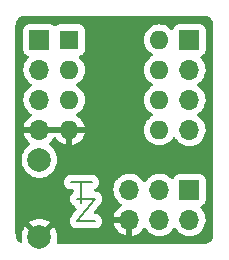
<source format=gbr>
%TF.GenerationSoftware,KiCad,Pcbnew,(6.0.7)*%
%TF.CreationDate,2023-04-14T11:36:13-05:00*%
%TF.ProjectId,ATtiny_PCB,41547469-6e79-45f5-9043-422e6b696361,rev?*%
%TF.SameCoordinates,Original*%
%TF.FileFunction,Copper,L1,Top*%
%TF.FilePolarity,Positive*%
%FSLAX46Y46*%
G04 Gerber Fmt 4.6, Leading zero omitted, Abs format (unit mm)*
G04 Created by KiCad (PCBNEW (6.0.7)) date 2023-04-14 11:36:13*
%MOMM*%
%LPD*%
G01*
G04 APERTURE LIST*
%TA.AperFunction,NonConductor*%
%ADD10C,0.200000*%
%TD*%
%TA.AperFunction,ComponentPad*%
%ADD11C,2.000000*%
%TD*%
%TA.AperFunction,ComponentPad*%
%ADD12R,1.600000X1.600000*%
%TD*%
%TA.AperFunction,ComponentPad*%
%ADD13O,1.600000X1.600000*%
%TD*%
%TA.AperFunction,ComponentPad*%
%ADD14O,1.700000X1.700000*%
%TD*%
%TA.AperFunction,ComponentPad*%
%ADD15R,1.700000X1.700000*%
%TD*%
G04 APERTURE END LIST*
D10*
X175895000Y-102997000D02*
X177419000Y-102997000D01*
X175895000Y-102997000D02*
X177419000Y-101092000D01*
X175895000Y-101092000D02*
X177419000Y-101092000D01*
X176276000Y-101473000D02*
X176276000Y-99695000D01*
X175387000Y-99695000D02*
X177165000Y-99695000D01*
D11*
%TO.P,SW1,2,2*%
%TO.N,Reset*%
X172720000Y-97800000D03*
%TO.P,SW1,1,1*%
%TO.N,GND*%
X172720000Y-104300000D03*
%TD*%
D12*
%TO.P,U1,1,~{RESET}/PB5*%
%TO.N,Reset*%
X175260000Y-87640000D03*
D13*
%TO.P,U1,2,PB3*%
%TO.N,ExtCLKI*%
X175260000Y-90180000D03*
%TO.P,U1,3,PB4*%
%TO.N,PB4*%
X175260000Y-92720000D03*
%TO.P,U1,4,GND*%
%TO.N,GND*%
X175260000Y-95260000D03*
%TO.P,U1,5,PB0*%
%TO.N,MOSI*%
X182880000Y-95260000D03*
%TO.P,U1,6,PB1*%
%TO.N,MISO*%
X182880000Y-92720000D03*
%TO.P,U1,7,PB2*%
%TO.N,SCK*%
X182880000Y-90180000D03*
%TO.P,U1,8,VCC*%
%TO.N,VCC*%
X182880000Y-87640000D03*
%TD*%
D14*
%TO.P,J3,6,Pin_6*%
%TO.N,GND*%
X180340000Y-102880000D03*
%TO.P,J3,5,Pin_5*%
%TO.N,Reset*%
X180340000Y-100340000D03*
%TO.P,J3,4,Pin_4*%
%TO.N,MOSI*%
X182880000Y-102880000D03*
%TO.P,J3,3,Pin_3*%
%TO.N,SCK*%
X182880000Y-100340000D03*
%TO.P,J3,2,Pin_2*%
%TO.N,VCC*%
X185420000Y-102880000D03*
D15*
%TO.P,J3,1,Pin_1*%
%TO.N,MISO*%
X185420000Y-100340000D03*
%TD*%
%TO.P,J1,1,Pin_1*%
%TO.N,Reset*%
X172720000Y-87640000D03*
D14*
%TO.P,J1,2,Pin_2*%
%TO.N,ExtCLKI*%
X172720000Y-90180000D03*
%TO.P,J1,3,Pin_3*%
%TO.N,PB4*%
X172720000Y-92720000D03*
%TO.P,J1,4,Pin_4*%
%TO.N,GND*%
X172720000Y-95260000D03*
%TD*%
D15*
%TO.P,J2,1,Pin_1*%
%TO.N,VCC*%
X185420000Y-87640000D03*
D14*
%TO.P,J2,2,Pin_2*%
%TO.N,SCK*%
X185420000Y-90180000D03*
%TO.P,J2,3,Pin_3*%
%TO.N,MISO*%
X185420000Y-92720000D03*
%TO.P,J2,4,Pin_4*%
%TO.N,MOSI*%
X185420000Y-95260000D03*
%TD*%
%TA.AperFunction,Conductor*%
%TO.N,GND*%
G36*
X186660018Y-85600000D02*
G01*
X186674852Y-85602310D01*
X186674855Y-85602310D01*
X186683724Y-85603691D01*
X186693659Y-85602392D01*
X186694746Y-85602250D01*
X186723431Y-85601793D01*
X186796741Y-85609013D01*
X186826212Y-85611916D01*
X186850432Y-85616733D01*
X186969546Y-85652866D01*
X186992355Y-85662315D01*
X187102124Y-85720987D01*
X187122655Y-85734705D01*
X187218876Y-85813671D01*
X187236329Y-85831124D01*
X187315295Y-85927345D01*
X187329013Y-85947876D01*
X187387685Y-86057645D01*
X187397134Y-86080454D01*
X187433267Y-86199568D01*
X187438084Y-86223789D01*
X187447541Y-86319809D01*
X187447091Y-86335868D01*
X187447800Y-86335877D01*
X187447690Y-86344853D01*
X187446309Y-86353724D01*
X187447473Y-86362626D01*
X187447473Y-86362628D01*
X187450436Y-86385283D01*
X187451500Y-86401621D01*
X187451500Y-104090633D01*
X187450000Y-104110018D01*
X187449890Y-104110729D01*
X187446309Y-104133724D01*
X187447473Y-104142626D01*
X187447750Y-104144746D01*
X187448207Y-104173431D01*
X187444209Y-104214025D01*
X187438084Y-104276212D01*
X187433267Y-104300432D01*
X187397134Y-104419546D01*
X187387685Y-104442355D01*
X187329013Y-104552124D01*
X187315295Y-104572655D01*
X187236329Y-104668876D01*
X187218876Y-104686329D01*
X187122655Y-104765295D01*
X187102124Y-104779013D01*
X186992355Y-104837685D01*
X186969546Y-104847134D01*
X186850432Y-104883267D01*
X186826211Y-104888084D01*
X186730191Y-104897541D01*
X186714132Y-104897091D01*
X186714123Y-104897800D01*
X186705147Y-104897690D01*
X186696276Y-104896309D01*
X186687374Y-104897473D01*
X186687372Y-104897473D01*
X186674856Y-104899110D01*
X186664714Y-104900436D01*
X186648379Y-104901500D01*
X174286273Y-104901500D01*
X174218152Y-104881498D01*
X174171659Y-104827842D01*
X174161555Y-104757568D01*
X174163754Y-104746085D01*
X174212885Y-104541443D01*
X174214428Y-104531699D01*
X174232275Y-104304930D01*
X174232275Y-104295070D01*
X174214428Y-104068301D01*
X174212885Y-104058554D01*
X174159783Y-103837373D01*
X174156734Y-103827988D01*
X174069687Y-103617837D01*
X174065205Y-103609042D01*
X173962568Y-103441555D01*
X173952110Y-103432093D01*
X173943334Y-103435876D01*
X172809095Y-104570115D01*
X172746783Y-104604141D01*
X172675968Y-104599076D01*
X172630905Y-104570115D01*
X171499710Y-103438920D01*
X171487330Y-103432160D01*
X171479680Y-103437887D01*
X171374795Y-103609042D01*
X171370313Y-103617837D01*
X171283266Y-103827988D01*
X171280217Y-103837373D01*
X171227115Y-104058554D01*
X171225572Y-104068301D01*
X171207725Y-104295070D01*
X171207725Y-104304930D01*
X171225572Y-104531699D01*
X171227117Y-104541455D01*
X171254918Y-104657252D01*
X171251372Y-104728160D01*
X171210053Y-104785894D01*
X171144079Y-104812125D01*
X171073006Y-104797790D01*
X171050749Y-104785894D01*
X171037874Y-104779012D01*
X171017345Y-104765295D01*
X170921124Y-104686329D01*
X170903671Y-104668876D01*
X170824705Y-104572655D01*
X170810987Y-104552124D01*
X170752315Y-104442355D01*
X170742866Y-104419546D01*
X170706733Y-104300432D01*
X170701916Y-104276212D01*
X170692711Y-104182755D01*
X170692607Y-104159151D01*
X170692768Y-104157354D01*
X170693576Y-104152552D01*
X170693729Y-104140000D01*
X170689773Y-104112376D01*
X170688500Y-104094514D01*
X170688500Y-103067890D01*
X171852093Y-103067890D01*
X171855876Y-103076666D01*
X172707188Y-103927978D01*
X172721132Y-103935592D01*
X172722965Y-103935461D01*
X172729580Y-103931210D01*
X173581080Y-103079710D01*
X173587840Y-103067330D01*
X173582113Y-103059680D01*
X173410958Y-102954795D01*
X173402163Y-102950313D01*
X173192012Y-102863266D01*
X173182627Y-102860217D01*
X172961446Y-102807115D01*
X172951699Y-102805572D01*
X172724930Y-102787725D01*
X172715070Y-102787725D01*
X172488301Y-102805572D01*
X172478554Y-102807115D01*
X172257373Y-102860217D01*
X172247988Y-102863266D01*
X172037837Y-102950313D01*
X172029042Y-102954795D01*
X171861555Y-103057432D01*
X171852093Y-103067890D01*
X170688500Y-103067890D01*
X170688500Y-99695000D01*
X174773249Y-99695000D01*
X174794162Y-99853850D01*
X174855476Y-100001875D01*
X174953013Y-100128987D01*
X175080125Y-100226524D01*
X175228150Y-100287838D01*
X175347115Y-100303500D01*
X175541500Y-100303500D01*
X175609621Y-100323502D01*
X175656114Y-100377158D01*
X175667500Y-100429500D01*
X175667500Y-100443407D01*
X175647498Y-100511528D01*
X175601199Y-100550224D01*
X175602909Y-100553185D01*
X175595756Y-100557315D01*
X175588125Y-100560476D01*
X175525581Y-100608468D01*
X175467566Y-100652984D01*
X175467563Y-100652987D01*
X175461013Y-100658013D01*
X175363476Y-100785124D01*
X175360317Y-100792750D01*
X175360316Y-100792752D01*
X175305322Y-100925520D01*
X175305321Y-100925523D01*
X175302162Y-100933150D01*
X175281249Y-101092000D01*
X175302162Y-101250850D01*
X175363476Y-101398875D01*
X175461013Y-101525987D01*
X175588125Y-101623524D01*
X175595752Y-101626683D01*
X175595757Y-101626686D01*
X175650463Y-101649345D01*
X175705744Y-101693892D01*
X175718655Y-101717537D01*
X175741314Y-101772243D01*
X175741317Y-101772248D01*
X175744476Y-101779875D01*
X175802291Y-101855221D01*
X175826861Y-101887240D01*
X175842013Y-101906987D01*
X175844931Y-101909226D01*
X175877938Y-101969679D01*
X175872870Y-102040494D01*
X175853206Y-102075168D01*
X175587482Y-102407322D01*
X175468856Y-102555605D01*
X175464883Y-102560044D01*
X175461013Y-102563013D01*
X175455983Y-102569568D01*
X175455982Y-102569569D01*
X175416767Y-102620674D01*
X175415203Y-102622670D01*
X175394925Y-102648018D01*
X175392792Y-102651545D01*
X175391531Y-102653352D01*
X175388192Y-102657914D01*
X175363476Y-102690124D01*
X175360316Y-102697754D01*
X175360315Y-102697755D01*
X175354103Y-102712753D01*
X175345515Y-102729733D01*
X175332838Y-102750698D01*
X175330540Y-102758628D01*
X175330538Y-102758633D01*
X175321864Y-102788571D01*
X175317250Y-102801724D01*
X175302162Y-102838150D01*
X175301084Y-102846338D01*
X175301084Y-102846339D01*
X175298964Y-102862439D01*
X175295064Y-102881057D01*
X175290545Y-102896653D01*
X175290544Y-102896657D01*
X175288246Y-102904589D01*
X175288079Y-102912848D01*
X175287448Y-102944007D01*
X175286396Y-102957903D01*
X175281249Y-102997000D01*
X175282327Y-103005186D01*
X175284448Y-103021294D01*
X175285500Y-103040292D01*
X175285004Y-103064777D01*
X175286981Y-103072801D01*
X175294435Y-103103059D01*
X175297015Y-103116753D01*
X175302162Y-103155850D01*
X175305320Y-103163473D01*
X175305321Y-103163478D01*
X175311538Y-103178486D01*
X175317469Y-103196555D01*
X175323330Y-103220347D01*
X175327314Y-103227583D01*
X175327315Y-103227584D01*
X175342351Y-103254890D01*
X175348387Y-103267447D01*
X175363476Y-103303875D01*
X175378390Y-103323311D01*
X175388795Y-103339230D01*
X175396632Y-103353462D01*
X175396634Y-103353465D01*
X175400616Y-103360696D01*
X175427928Y-103389137D01*
X175437009Y-103399704D01*
X175461013Y-103430987D01*
X175467559Y-103436010D01*
X175480445Y-103445898D01*
X175494619Y-103458585D01*
X175505868Y-103470298D01*
X175511593Y-103476259D01*
X175541952Y-103494616D01*
X175545337Y-103496663D01*
X175556834Y-103504513D01*
X175588125Y-103528524D01*
X175595750Y-103531682D01*
X175595753Y-103531684D01*
X175610758Y-103537899D01*
X175627736Y-103546486D01*
X175648698Y-103559162D01*
X175656629Y-103561460D01*
X175686578Y-103570138D01*
X175699730Y-103574752D01*
X175736150Y-103589838D01*
X175754011Y-103592190D01*
X175760439Y-103593036D01*
X175779057Y-103596936D01*
X175794653Y-103601455D01*
X175794657Y-103601456D01*
X175802589Y-103603754D01*
X175843157Y-103604575D01*
X175848849Y-103604819D01*
X175851026Y-103604962D01*
X175855115Y-103605500D01*
X175887594Y-103605500D01*
X175890144Y-103605526D01*
X175954517Y-103606829D01*
X175954518Y-103606829D01*
X175962777Y-103606996D01*
X175967513Y-103605829D01*
X175973459Y-103605500D01*
X177458885Y-103605500D01*
X177465912Y-103604575D01*
X177569662Y-103590916D01*
X177577850Y-103589838D01*
X177725875Y-103528524D01*
X177842649Y-103438920D01*
X177846434Y-103436016D01*
X177846437Y-103436013D01*
X177852987Y-103430987D01*
X177902355Y-103366651D01*
X177945498Y-103310426D01*
X177950524Y-103303876D01*
X177953686Y-103296243D01*
X178008678Y-103163480D01*
X178008679Y-103163477D01*
X178011838Y-103155850D01*
X178012876Y-103147966D01*
X179008257Y-103147966D01*
X179038565Y-103282446D01*
X179041645Y-103292275D01*
X179121770Y-103489603D01*
X179126413Y-103498794D01*
X179237694Y-103680388D01*
X179243777Y-103688699D01*
X179383213Y-103849667D01*
X179390580Y-103856883D01*
X179554434Y-103992916D01*
X179562881Y-103998831D01*
X179746756Y-104106279D01*
X179756042Y-104110729D01*
X179955001Y-104186703D01*
X179964899Y-104189579D01*
X180068250Y-104210606D01*
X180082299Y-104209410D01*
X180086000Y-104199065D01*
X180086000Y-103152115D01*
X180081525Y-103136876D01*
X180080135Y-103135671D01*
X180072452Y-103134000D01*
X179023225Y-103134000D01*
X179009694Y-103137973D01*
X179008257Y-103147966D01*
X178012876Y-103147966D01*
X178032751Y-102997000D01*
X178011838Y-102838150D01*
X177950524Y-102690125D01*
X177852987Y-102563013D01*
X177725875Y-102465476D01*
X177577850Y-102404162D01*
X177569662Y-102403084D01*
X177462972Y-102389038D01*
X177462971Y-102389038D01*
X177458885Y-102388500D01*
X177423219Y-102388500D01*
X177355098Y-102368498D01*
X177308605Y-102314842D01*
X177298501Y-102244568D01*
X177324828Y-102183790D01*
X177845147Y-101533390D01*
X177849116Y-101528957D01*
X177852987Y-101525987D01*
X177858010Y-101519441D01*
X177858013Y-101519438D01*
X177897256Y-101468296D01*
X177898829Y-101466288D01*
X177916492Y-101444209D01*
X177919074Y-101440982D01*
X177921214Y-101437443D01*
X177922438Y-101435689D01*
X177925804Y-101431091D01*
X177945498Y-101405426D01*
X177950524Y-101398876D01*
X177959899Y-101376242D01*
X177968487Y-101359262D01*
X177976888Y-101345368D01*
X177981161Y-101338302D01*
X177992134Y-101300435D01*
X177996746Y-101287287D01*
X178008676Y-101258484D01*
X178008676Y-101258483D01*
X178011838Y-101250850D01*
X178015036Y-101226563D01*
X178018936Y-101207941D01*
X178023456Y-101192345D01*
X178023457Y-101192340D01*
X178025754Y-101184412D01*
X178026552Y-101144993D01*
X178027604Y-101131097D01*
X178031673Y-101100189D01*
X178031673Y-101100188D01*
X178032751Y-101092000D01*
X178029552Y-101067701D01*
X178028500Y-101048705D01*
X178028829Y-101032477D01*
X178028829Y-101032476D01*
X178028996Y-101024223D01*
X178026760Y-101015144D01*
X178019567Y-100985948D01*
X178016987Y-100972257D01*
X178012916Y-100941335D01*
X178012915Y-100941333D01*
X178011838Y-100933150D01*
X178002463Y-100910515D01*
X177996530Y-100892439D01*
X177992646Y-100876673D01*
X177992645Y-100876671D01*
X177990670Y-100868654D01*
X177971646Y-100834106D01*
X177965616Y-100821559D01*
X177953686Y-100792758D01*
X177953683Y-100792752D01*
X177950524Y-100785125D01*
X177935610Y-100765689D01*
X177925202Y-100749765D01*
X177917368Y-100735538D01*
X177917366Y-100735536D01*
X177913384Y-100728304D01*
X177886071Y-100699862D01*
X177876991Y-100689295D01*
X177858010Y-100664559D01*
X177852987Y-100658013D01*
X177833555Y-100643102D01*
X177819381Y-100630415D01*
X177808128Y-100618697D01*
X177808123Y-100618693D01*
X177802407Y-100612741D01*
X177791910Y-100606394D01*
X177768662Y-100592336D01*
X177757155Y-100584478D01*
X177747602Y-100577148D01*
X177725875Y-100560476D01*
X177714711Y-100555852D01*
X177703236Y-100551098D01*
X177686262Y-100542513D01*
X177665302Y-100529839D01*
X177657371Y-100527541D01*
X177657369Y-100527540D01*
X177627435Y-100518866D01*
X177614287Y-100514254D01*
X177585484Y-100502324D01*
X177585483Y-100502324D01*
X177577850Y-100499162D01*
X177569620Y-100498078D01*
X177553561Y-100495964D01*
X177534944Y-100492064D01*
X177519347Y-100487545D01*
X177519343Y-100487544D01*
X177511411Y-100485246D01*
X177493035Y-100484874D01*
X177479649Y-100484603D01*
X177411947Y-100463226D01*
X177366549Y-100408641D01*
X177357870Y-100338177D01*
X177373025Y-100306695D01*
X178977251Y-100306695D01*
X178977548Y-100311848D01*
X178977548Y-100311851D01*
X178987939Y-100492064D01*
X178990110Y-100529715D01*
X178991247Y-100534761D01*
X178991248Y-100534767D01*
X179003409Y-100588727D01*
X179039222Y-100747639D01*
X179077461Y-100841811D01*
X179114550Y-100933150D01*
X179123266Y-100954616D01*
X179160685Y-101015678D01*
X179237291Y-101140688D01*
X179239987Y-101145088D01*
X179386250Y-101313938D01*
X179558126Y-101456632D01*
X179576377Y-101467297D01*
X179631955Y-101499774D01*
X179680679Y-101551412D01*
X179693750Y-101621195D01*
X179667019Y-101686967D01*
X179626562Y-101720327D01*
X179618457Y-101724546D01*
X179609738Y-101730036D01*
X179439433Y-101857905D01*
X179431726Y-101864748D01*
X179284590Y-102018717D01*
X179278104Y-102026727D01*
X179158098Y-102202649D01*
X179153000Y-102211623D01*
X179063338Y-102404783D01*
X179059775Y-102414470D01*
X179004389Y-102614183D01*
X179005912Y-102622607D01*
X179018292Y-102626000D01*
X180468000Y-102626000D01*
X180536121Y-102646002D01*
X180582614Y-102699658D01*
X180594000Y-102752000D01*
X180594000Y-104198517D01*
X180598064Y-104212359D01*
X180611478Y-104214393D01*
X180618184Y-104213534D01*
X180628262Y-104211392D01*
X180832255Y-104150191D01*
X180841842Y-104146433D01*
X181033095Y-104052739D01*
X181041945Y-104047464D01*
X181215328Y-103923792D01*
X181223200Y-103917139D01*
X181374052Y-103766812D01*
X181380730Y-103758965D01*
X181508022Y-103581819D01*
X181509279Y-103582722D01*
X181556373Y-103539362D01*
X181626311Y-103527145D01*
X181691751Y-103554678D01*
X181719579Y-103586511D01*
X181731687Y-103606270D01*
X181779987Y-103685088D01*
X181926250Y-103853938D01*
X182098126Y-103996632D01*
X182291000Y-104109338D01*
X182295825Y-104111180D01*
X182295826Y-104111181D01*
X182331627Y-104124852D01*
X182499692Y-104189030D01*
X182504760Y-104190061D01*
X182504763Y-104190062D01*
X182599862Y-104209410D01*
X182718597Y-104233567D01*
X182723772Y-104233757D01*
X182723774Y-104233757D01*
X182936673Y-104241564D01*
X182936677Y-104241564D01*
X182941837Y-104241753D01*
X182946957Y-104241097D01*
X182946959Y-104241097D01*
X183158288Y-104214025D01*
X183158289Y-104214025D01*
X183163416Y-104213368D01*
X183168366Y-104211883D01*
X183372429Y-104150661D01*
X183372434Y-104150659D01*
X183377384Y-104149174D01*
X183577994Y-104050896D01*
X183759860Y-103921173D01*
X183918096Y-103763489D01*
X184048453Y-103582077D01*
X184049776Y-103583028D01*
X184096645Y-103539857D01*
X184166580Y-103527625D01*
X184232026Y-103555144D01*
X184259875Y-103586994D01*
X184271687Y-103606270D01*
X184319987Y-103685088D01*
X184466250Y-103853938D01*
X184638126Y-103996632D01*
X184831000Y-104109338D01*
X184835825Y-104111180D01*
X184835826Y-104111181D01*
X184871627Y-104124852D01*
X185039692Y-104189030D01*
X185044760Y-104190061D01*
X185044763Y-104190062D01*
X185139862Y-104209410D01*
X185258597Y-104233567D01*
X185263772Y-104233757D01*
X185263774Y-104233757D01*
X185476673Y-104241564D01*
X185476677Y-104241564D01*
X185481837Y-104241753D01*
X185486957Y-104241097D01*
X185486959Y-104241097D01*
X185698288Y-104214025D01*
X185698289Y-104214025D01*
X185703416Y-104213368D01*
X185708366Y-104211883D01*
X185912429Y-104150661D01*
X185912434Y-104150659D01*
X185917384Y-104149174D01*
X186117994Y-104050896D01*
X186299860Y-103921173D01*
X186458096Y-103763489D01*
X186588453Y-103582077D01*
X186593395Y-103572079D01*
X186685136Y-103386453D01*
X186685137Y-103386451D01*
X186687430Y-103381811D01*
X186752370Y-103168069D01*
X186781529Y-102946590D01*
X186781611Y-102943240D01*
X186783074Y-102883365D01*
X186783074Y-102883361D01*
X186783156Y-102880000D01*
X186764852Y-102657361D01*
X186710431Y-102440702D01*
X186621354Y-102235840D01*
X186500014Y-102048277D01*
X186480405Y-102026727D01*
X186352798Y-101886488D01*
X186321746Y-101822642D01*
X186330141Y-101752143D01*
X186375317Y-101697375D01*
X186401761Y-101683706D01*
X186508297Y-101643767D01*
X186516705Y-101640615D01*
X186633261Y-101553261D01*
X186720615Y-101436705D01*
X186771745Y-101300316D01*
X186778500Y-101238134D01*
X186778500Y-99441866D01*
X186771745Y-99379684D01*
X186720615Y-99243295D01*
X186633261Y-99126739D01*
X186516705Y-99039385D01*
X186380316Y-98988255D01*
X186318134Y-98981500D01*
X184521866Y-98981500D01*
X184459684Y-98988255D01*
X184323295Y-99039385D01*
X184206739Y-99126739D01*
X184119385Y-99243295D01*
X184116233Y-99251703D01*
X184074919Y-99361907D01*
X184032277Y-99418671D01*
X183965716Y-99443371D01*
X183896367Y-99428163D01*
X183863743Y-99402476D01*
X183813151Y-99346875D01*
X183813142Y-99346866D01*
X183809670Y-99343051D01*
X183805619Y-99339852D01*
X183805615Y-99339848D01*
X183638414Y-99207800D01*
X183638410Y-99207798D01*
X183634359Y-99204598D01*
X183438789Y-99096638D01*
X183433920Y-99094914D01*
X183433916Y-99094912D01*
X183233087Y-99023795D01*
X183233083Y-99023794D01*
X183228212Y-99022069D01*
X183223119Y-99021162D01*
X183223116Y-99021161D01*
X183013373Y-98983800D01*
X183013367Y-98983799D01*
X183008284Y-98982894D01*
X182934452Y-98981992D01*
X182790081Y-98980228D01*
X182790079Y-98980228D01*
X182784911Y-98980165D01*
X182564091Y-99013955D01*
X182351756Y-99083357D01*
X182153607Y-99186507D01*
X182149474Y-99189610D01*
X182149471Y-99189612D01*
X181984914Y-99313165D01*
X181974965Y-99320635D01*
X181935525Y-99361907D01*
X181881280Y-99418671D01*
X181820629Y-99482138D01*
X181713201Y-99639621D01*
X181658293Y-99684621D01*
X181587768Y-99692792D01*
X181524021Y-99661538D01*
X181503324Y-99637054D01*
X181422822Y-99512617D01*
X181422820Y-99512614D01*
X181420014Y-99508277D01*
X181269670Y-99343051D01*
X181265619Y-99339852D01*
X181265615Y-99339848D01*
X181098414Y-99207800D01*
X181098410Y-99207798D01*
X181094359Y-99204598D01*
X180898789Y-99096638D01*
X180893920Y-99094914D01*
X180893916Y-99094912D01*
X180693087Y-99023795D01*
X180693083Y-99023794D01*
X180688212Y-99022069D01*
X180683119Y-99021162D01*
X180683116Y-99021161D01*
X180473373Y-98983800D01*
X180473367Y-98983799D01*
X180468284Y-98982894D01*
X180394452Y-98981992D01*
X180250081Y-98980228D01*
X180250079Y-98980228D01*
X180244911Y-98980165D01*
X180024091Y-99013955D01*
X179811756Y-99083357D01*
X179613607Y-99186507D01*
X179609474Y-99189610D01*
X179609471Y-99189612D01*
X179444914Y-99313165D01*
X179434965Y-99320635D01*
X179395525Y-99361907D01*
X179341280Y-99418671D01*
X179280629Y-99482138D01*
X179277720Y-99486403D01*
X179277714Y-99486411D01*
X179238199Y-99544338D01*
X179154743Y-99666680D01*
X179137797Y-99703188D01*
X179064321Y-99861479D01*
X179060688Y-99869305D01*
X179000989Y-100084570D01*
X178977251Y-100306695D01*
X177373025Y-100306695D01*
X177388664Y-100274206D01*
X177433980Y-100242221D01*
X177471875Y-100226524D01*
X177535431Y-100177756D01*
X177592434Y-100134016D01*
X177592437Y-100134013D01*
X177598987Y-100128987D01*
X177696524Y-100001876D01*
X177749369Y-99874297D01*
X177754678Y-99861480D01*
X177754679Y-99861477D01*
X177757838Y-99853850D01*
X177778751Y-99695000D01*
X177757838Y-99536150D01*
X177696524Y-99388125D01*
X177598987Y-99261013D01*
X177471875Y-99163476D01*
X177323850Y-99102162D01*
X177204885Y-99086500D01*
X176324143Y-99086500D01*
X176307697Y-99085422D01*
X176284188Y-99082327D01*
X176276000Y-99081249D01*
X176267812Y-99082327D01*
X176244303Y-99085422D01*
X176227857Y-99086500D01*
X175347115Y-99086500D01*
X175228150Y-99102162D01*
X175080125Y-99163476D01*
X175029788Y-99202101D01*
X174959566Y-99255984D01*
X174959563Y-99255987D01*
X174953013Y-99261013D01*
X174947987Y-99267563D01*
X174947986Y-99267564D01*
X174892520Y-99339848D01*
X174855476Y-99388124D01*
X174852317Y-99395750D01*
X174852316Y-99395752D01*
X174803910Y-99512617D01*
X174794162Y-99536150D01*
X174773249Y-99695000D01*
X170688500Y-99695000D01*
X170688500Y-97800000D01*
X171206835Y-97800000D01*
X171225465Y-98036711D01*
X171280895Y-98267594D01*
X171371760Y-98486963D01*
X171374346Y-98491183D01*
X171493241Y-98685202D01*
X171493245Y-98685208D01*
X171495824Y-98689416D01*
X171650031Y-98869969D01*
X171830584Y-99024176D01*
X171834792Y-99026755D01*
X171834798Y-99026759D01*
X171989170Y-99121358D01*
X172033037Y-99148240D01*
X172037607Y-99150133D01*
X172037611Y-99150135D01*
X172245173Y-99236109D01*
X172252406Y-99239105D01*
X172304881Y-99251703D01*
X172478476Y-99293380D01*
X172478482Y-99293381D01*
X172483289Y-99294535D01*
X172720000Y-99313165D01*
X172956711Y-99294535D01*
X172961518Y-99293381D01*
X172961524Y-99293380D01*
X173135119Y-99251703D01*
X173187594Y-99239105D01*
X173194827Y-99236109D01*
X173402389Y-99150135D01*
X173402393Y-99150133D01*
X173406963Y-99148240D01*
X173450830Y-99121358D01*
X173605202Y-99026759D01*
X173605208Y-99026755D01*
X173609416Y-99024176D01*
X173789969Y-98869969D01*
X173944176Y-98689416D01*
X173946755Y-98685208D01*
X173946759Y-98685202D01*
X174065654Y-98491183D01*
X174068240Y-98486963D01*
X174159105Y-98267594D01*
X174214535Y-98036711D01*
X174233165Y-97800000D01*
X174214535Y-97563289D01*
X174159105Y-97332406D01*
X174068240Y-97113037D01*
X174065654Y-97108817D01*
X173946759Y-96914798D01*
X173946755Y-96914792D01*
X173944176Y-96910584D01*
X173789969Y-96730031D01*
X173609416Y-96575824D01*
X173559013Y-96544937D01*
X173511382Y-96492289D01*
X173499775Y-96422248D01*
X173527878Y-96357050D01*
X173551680Y-96334925D01*
X173595328Y-96303792D01*
X173603200Y-96297139D01*
X173754052Y-96146812D01*
X173760730Y-96138965D01*
X173885003Y-95966020D01*
X173890310Y-95957189D01*
X173904344Y-95928792D01*
X173952457Y-95876585D01*
X174021158Y-95858677D01*
X174088635Y-95880755D01*
X174122169Y-95917018D01*
X174122912Y-95916498D01*
X174251028Y-96099467D01*
X174258084Y-96107875D01*
X174412125Y-96261916D01*
X174420533Y-96268972D01*
X174598993Y-96393931D01*
X174608489Y-96399414D01*
X174805947Y-96491490D01*
X174816239Y-96495236D01*
X174988503Y-96541394D01*
X175002599Y-96541058D01*
X175006000Y-96533116D01*
X175006000Y-96527967D01*
X175514000Y-96527967D01*
X175517973Y-96541498D01*
X175526522Y-96542727D01*
X175703761Y-96495236D01*
X175714053Y-96491490D01*
X175911511Y-96399414D01*
X175921007Y-96393931D01*
X176099467Y-96268972D01*
X176107875Y-96261916D01*
X176261916Y-96107875D01*
X176268972Y-96099467D01*
X176393931Y-95921007D01*
X176399414Y-95911511D01*
X176491490Y-95714053D01*
X176495236Y-95703761D01*
X176541394Y-95531497D01*
X176541058Y-95517401D01*
X176533116Y-95514000D01*
X175532115Y-95514000D01*
X175516876Y-95518475D01*
X175515671Y-95519865D01*
X175514000Y-95527548D01*
X175514000Y-96527967D01*
X175006000Y-96527967D01*
X175006000Y-95532115D01*
X175001525Y-95516876D01*
X175000135Y-95515671D01*
X174992452Y-95514000D01*
X171403225Y-95514000D01*
X171389694Y-95517973D01*
X171388257Y-95527966D01*
X171418565Y-95662446D01*
X171421645Y-95672275D01*
X171501770Y-95869603D01*
X171506413Y-95878794D01*
X171617694Y-96060388D01*
X171623777Y-96068699D01*
X171763213Y-96229667D01*
X171770580Y-96236882D01*
X171895535Y-96340622D01*
X171935170Y-96399525D01*
X171936668Y-96470505D01*
X171899553Y-96531028D01*
X171880886Y-96544998D01*
X171835161Y-96573019D01*
X171830584Y-96575824D01*
X171650031Y-96730031D01*
X171495824Y-96910584D01*
X171493245Y-96914792D01*
X171493241Y-96914798D01*
X171374346Y-97108817D01*
X171371760Y-97113037D01*
X171280895Y-97332406D01*
X171225465Y-97563289D01*
X171206835Y-97800000D01*
X170688500Y-97800000D01*
X170688500Y-95260000D01*
X181566502Y-95260000D01*
X181586457Y-95488087D01*
X181587881Y-95493400D01*
X181587881Y-95493402D01*
X181601155Y-95542939D01*
X181645716Y-95709243D01*
X181648039Y-95714224D01*
X181648039Y-95714225D01*
X181740151Y-95911762D01*
X181740154Y-95911767D01*
X181742477Y-95916749D01*
X181770968Y-95957438D01*
X181849078Y-96068990D01*
X181873802Y-96104300D01*
X182035700Y-96266198D01*
X182040208Y-96269355D01*
X182040211Y-96269357D01*
X182089931Y-96304171D01*
X182223251Y-96397523D01*
X182228233Y-96399846D01*
X182228238Y-96399849D01*
X182424765Y-96491490D01*
X182430757Y-96494284D01*
X182436065Y-96495706D01*
X182436067Y-96495707D01*
X182646598Y-96552119D01*
X182646600Y-96552119D01*
X182651913Y-96553543D01*
X182880000Y-96573498D01*
X183108087Y-96553543D01*
X183113400Y-96552119D01*
X183113402Y-96552119D01*
X183323933Y-96495707D01*
X183323935Y-96495706D01*
X183329243Y-96494284D01*
X183335235Y-96491490D01*
X183531762Y-96399849D01*
X183531767Y-96399846D01*
X183536749Y-96397523D01*
X183670069Y-96304171D01*
X183719789Y-96269357D01*
X183719792Y-96269355D01*
X183724300Y-96266198D01*
X183886198Y-96104300D01*
X183910923Y-96068990D01*
X184017523Y-95916749D01*
X184018613Y-95917512D01*
X184065360Y-95872942D01*
X184135073Y-95859507D01*
X184200984Y-95885895D01*
X184230527Y-95919102D01*
X184317287Y-96060684D01*
X184317295Y-96060694D01*
X184319987Y-96065088D01*
X184466250Y-96233938D01*
X184638126Y-96376632D01*
X184831000Y-96489338D01*
X184835825Y-96491180D01*
X184835826Y-96491181D01*
X184908612Y-96518975D01*
X185039692Y-96569030D01*
X185044760Y-96570061D01*
X185044763Y-96570062D01*
X185152017Y-96591883D01*
X185258597Y-96613567D01*
X185263772Y-96613757D01*
X185263774Y-96613757D01*
X185476673Y-96621564D01*
X185476677Y-96621564D01*
X185481837Y-96621753D01*
X185486957Y-96621097D01*
X185486959Y-96621097D01*
X185698288Y-96594025D01*
X185698289Y-96594025D01*
X185703416Y-96593368D01*
X185769646Y-96573498D01*
X185912429Y-96530661D01*
X185912434Y-96530659D01*
X185917384Y-96529174D01*
X186117994Y-96430896D01*
X186299860Y-96301173D01*
X186331788Y-96269357D01*
X186454435Y-96147137D01*
X186458096Y-96143489D01*
X186489498Y-96099789D01*
X186585435Y-95966277D01*
X186588453Y-95962077D01*
X186604904Y-95928792D01*
X186685136Y-95766453D01*
X186685137Y-95766451D01*
X186687430Y-95761811D01*
X186752370Y-95548069D01*
X186781529Y-95326590D01*
X186783156Y-95260000D01*
X186764852Y-95037361D01*
X186710431Y-94820702D01*
X186621354Y-94615840D01*
X186500014Y-94428277D01*
X186349670Y-94263051D01*
X186345619Y-94259852D01*
X186345615Y-94259848D01*
X186178414Y-94127800D01*
X186178410Y-94127798D01*
X186174359Y-94124598D01*
X186133053Y-94101796D01*
X186083084Y-94051364D01*
X186068312Y-93981921D01*
X186093428Y-93915516D01*
X186120780Y-93888909D01*
X186169207Y-93854366D01*
X186299860Y-93761173D01*
X186331788Y-93729357D01*
X186454435Y-93607137D01*
X186458096Y-93603489D01*
X186489498Y-93559789D01*
X186585435Y-93426277D01*
X186588453Y-93422077D01*
X186608628Y-93381257D01*
X186685136Y-93226453D01*
X186685137Y-93226451D01*
X186687430Y-93221811D01*
X186752370Y-93008069D01*
X186781529Y-92786590D01*
X186783156Y-92720000D01*
X186764852Y-92497361D01*
X186710431Y-92280702D01*
X186621354Y-92075840D01*
X186500014Y-91888277D01*
X186349670Y-91723051D01*
X186345619Y-91719852D01*
X186345615Y-91719848D01*
X186178414Y-91587800D01*
X186178410Y-91587798D01*
X186174359Y-91584598D01*
X186133053Y-91561796D01*
X186083084Y-91511364D01*
X186068312Y-91441921D01*
X186093428Y-91375516D01*
X186120780Y-91348909D01*
X186169207Y-91314366D01*
X186299860Y-91221173D01*
X186331788Y-91189357D01*
X186454435Y-91067137D01*
X186458096Y-91063489D01*
X186489498Y-91019789D01*
X186585435Y-90886277D01*
X186588453Y-90882077D01*
X186608628Y-90841257D01*
X186685136Y-90686453D01*
X186685137Y-90686451D01*
X186687430Y-90681811D01*
X186752370Y-90468069D01*
X186781529Y-90246590D01*
X186783156Y-90180000D01*
X186764852Y-89957361D01*
X186710431Y-89740702D01*
X186621354Y-89535840D01*
X186500014Y-89348277D01*
X186485024Y-89331803D01*
X186352798Y-89186488D01*
X186321746Y-89122642D01*
X186330141Y-89052143D01*
X186375317Y-88997375D01*
X186401761Y-88983706D01*
X186508297Y-88943767D01*
X186516705Y-88940615D01*
X186633261Y-88853261D01*
X186720615Y-88736705D01*
X186771745Y-88600316D01*
X186778500Y-88538134D01*
X186778500Y-86741866D01*
X186771745Y-86679684D01*
X186720615Y-86543295D01*
X186633261Y-86426739D01*
X186516705Y-86339385D01*
X186380316Y-86288255D01*
X186318134Y-86281500D01*
X184521866Y-86281500D01*
X184459684Y-86288255D01*
X184323295Y-86339385D01*
X184206739Y-86426739D01*
X184119385Y-86543295D01*
X184068255Y-86679684D01*
X184067402Y-86687540D01*
X184065575Y-86695222D01*
X184064211Y-86694898D01*
X184040210Y-86752664D01*
X183981849Y-86793093D01*
X183910894Y-86795551D01*
X183853091Y-86762593D01*
X183724300Y-86633802D01*
X183719792Y-86630645D01*
X183719789Y-86630643D01*
X183584780Y-86536109D01*
X183536749Y-86502477D01*
X183531767Y-86500154D01*
X183531762Y-86500151D01*
X183334225Y-86408039D01*
X183334224Y-86408039D01*
X183329243Y-86405716D01*
X183323935Y-86404294D01*
X183323933Y-86404293D01*
X183113402Y-86347881D01*
X183113400Y-86347881D01*
X183108087Y-86346457D01*
X182880000Y-86326502D01*
X182651913Y-86346457D01*
X182646600Y-86347881D01*
X182646598Y-86347881D01*
X182436067Y-86404293D01*
X182436065Y-86404294D01*
X182430757Y-86405716D01*
X182425776Y-86408039D01*
X182425775Y-86408039D01*
X182228238Y-86500151D01*
X182228233Y-86500154D01*
X182223251Y-86502477D01*
X182175220Y-86536109D01*
X182040211Y-86630643D01*
X182040208Y-86630645D01*
X182035700Y-86633802D01*
X181873802Y-86795700D01*
X181742477Y-86983251D01*
X181740154Y-86988233D01*
X181740151Y-86988238D01*
X181648039Y-87185775D01*
X181645716Y-87190757D01*
X181586457Y-87411913D01*
X181566502Y-87640000D01*
X181586457Y-87868087D01*
X181645716Y-88089243D01*
X181648039Y-88094224D01*
X181648039Y-88094225D01*
X181740151Y-88291762D01*
X181740154Y-88291767D01*
X181742477Y-88296749D01*
X181873802Y-88484300D01*
X182035700Y-88646198D01*
X182040208Y-88649355D01*
X182040211Y-88649357D01*
X182081542Y-88678297D01*
X182223251Y-88777523D01*
X182228233Y-88779846D01*
X182228238Y-88779849D01*
X182262457Y-88795805D01*
X182315742Y-88842722D01*
X182335203Y-88910999D01*
X182314661Y-88978959D01*
X182262457Y-89024195D01*
X182228238Y-89040151D01*
X182228233Y-89040154D01*
X182223251Y-89042477D01*
X182118389Y-89115902D01*
X182040211Y-89170643D01*
X182040208Y-89170645D01*
X182035700Y-89173802D01*
X181873802Y-89335700D01*
X181870645Y-89340208D01*
X181870643Y-89340211D01*
X181815902Y-89418389D01*
X181742477Y-89523251D01*
X181740154Y-89528233D01*
X181740151Y-89528238D01*
X181657908Y-89704610D01*
X181645716Y-89730757D01*
X181644294Y-89736065D01*
X181644293Y-89736067D01*
X181592407Y-89929707D01*
X181586457Y-89951913D01*
X181566502Y-90180000D01*
X181586457Y-90408087D01*
X181587881Y-90413400D01*
X181587881Y-90413402D01*
X181635851Y-90592425D01*
X181645716Y-90629243D01*
X181648039Y-90634224D01*
X181648039Y-90634225D01*
X181740151Y-90831762D01*
X181740154Y-90831767D01*
X181742477Y-90836749D01*
X181745634Y-90841257D01*
X181849078Y-90988990D01*
X181873802Y-91024300D01*
X182035700Y-91186198D01*
X182040208Y-91189355D01*
X182040211Y-91189357D01*
X182080445Y-91217529D01*
X182223251Y-91317523D01*
X182228233Y-91319846D01*
X182228238Y-91319849D01*
X182262457Y-91335805D01*
X182315742Y-91382722D01*
X182335203Y-91450999D01*
X182314661Y-91518959D01*
X182262457Y-91564195D01*
X182228238Y-91580151D01*
X182228233Y-91580154D01*
X182223251Y-91582477D01*
X182118389Y-91655902D01*
X182040211Y-91710643D01*
X182040208Y-91710645D01*
X182035700Y-91713802D01*
X181873802Y-91875700D01*
X181870645Y-91880208D01*
X181870643Y-91880211D01*
X181815902Y-91958389D01*
X181742477Y-92063251D01*
X181740154Y-92068233D01*
X181740151Y-92068238D01*
X181657908Y-92244610D01*
X181645716Y-92270757D01*
X181644294Y-92276065D01*
X181644293Y-92276067D01*
X181592407Y-92469707D01*
X181586457Y-92491913D01*
X181566502Y-92720000D01*
X181586457Y-92948087D01*
X181587881Y-92953400D01*
X181587881Y-92953402D01*
X181635851Y-93132425D01*
X181645716Y-93169243D01*
X181648039Y-93174224D01*
X181648039Y-93174225D01*
X181740151Y-93371762D01*
X181740154Y-93371767D01*
X181742477Y-93376749D01*
X181745634Y-93381257D01*
X181849078Y-93528990D01*
X181873802Y-93564300D01*
X182035700Y-93726198D01*
X182040208Y-93729355D01*
X182040211Y-93729357D01*
X182080445Y-93757529D01*
X182223251Y-93857523D01*
X182228233Y-93859846D01*
X182228238Y-93859849D01*
X182262457Y-93875805D01*
X182315742Y-93922722D01*
X182335203Y-93990999D01*
X182314661Y-94058959D01*
X182262457Y-94104195D01*
X182228238Y-94120151D01*
X182228233Y-94120154D01*
X182223251Y-94122477D01*
X182118389Y-94195902D01*
X182040211Y-94250643D01*
X182040208Y-94250645D01*
X182035700Y-94253802D01*
X181873802Y-94415700D01*
X181870645Y-94420208D01*
X181870643Y-94420211D01*
X181861740Y-94432926D01*
X181742477Y-94603251D01*
X181740154Y-94608233D01*
X181740151Y-94608238D01*
X181716198Y-94659606D01*
X181645716Y-94810757D01*
X181644294Y-94816065D01*
X181644293Y-94816067D01*
X181593400Y-95006000D01*
X181586457Y-95031913D01*
X181566502Y-95260000D01*
X170688500Y-95260000D01*
X170688500Y-92686695D01*
X171357251Y-92686695D01*
X171357548Y-92691848D01*
X171357548Y-92691851D01*
X171363011Y-92786590D01*
X171370110Y-92909715D01*
X171371247Y-92914761D01*
X171371248Y-92914767D01*
X171379955Y-92953402D01*
X171419222Y-93127639D01*
X171503266Y-93334616D01*
X171619987Y-93525088D01*
X171766250Y-93693938D01*
X171938126Y-93836632D01*
X172005163Y-93875805D01*
X172011955Y-93879774D01*
X172060679Y-93931412D01*
X172073750Y-94001195D01*
X172047019Y-94066967D01*
X172006562Y-94100327D01*
X171998457Y-94104546D01*
X171989738Y-94110036D01*
X171819433Y-94237905D01*
X171811726Y-94244748D01*
X171664590Y-94398717D01*
X171658104Y-94406727D01*
X171538098Y-94582649D01*
X171533000Y-94591623D01*
X171443338Y-94784783D01*
X171439775Y-94794470D01*
X171384389Y-94994183D01*
X171385912Y-95002607D01*
X171398292Y-95006000D01*
X176527967Y-95006000D01*
X176541498Y-95002027D01*
X176542727Y-94993478D01*
X176495236Y-94816239D01*
X176491490Y-94805947D01*
X176399414Y-94608489D01*
X176393931Y-94598993D01*
X176268972Y-94420533D01*
X176261916Y-94412125D01*
X176107875Y-94258084D01*
X176099467Y-94251028D01*
X175921007Y-94126069D01*
X175911511Y-94120586D01*
X175876951Y-94104471D01*
X175823666Y-94057554D01*
X175804205Y-93989277D01*
X175824747Y-93921317D01*
X175876951Y-93876081D01*
X175911762Y-93859849D01*
X175911767Y-93859846D01*
X175916749Y-93857523D01*
X176059555Y-93757529D01*
X176099789Y-93729357D01*
X176099792Y-93729355D01*
X176104300Y-93726198D01*
X176266198Y-93564300D01*
X176290923Y-93528990D01*
X176394366Y-93381257D01*
X176397523Y-93376749D01*
X176399846Y-93371767D01*
X176399849Y-93371762D01*
X176491961Y-93174225D01*
X176491961Y-93174224D01*
X176494284Y-93169243D01*
X176504150Y-93132425D01*
X176552119Y-92953402D01*
X176552119Y-92953400D01*
X176553543Y-92948087D01*
X176573498Y-92720000D01*
X176553543Y-92491913D01*
X176547593Y-92469707D01*
X176495707Y-92276067D01*
X176495706Y-92276065D01*
X176494284Y-92270757D01*
X176482092Y-92244610D01*
X176399849Y-92068238D01*
X176399846Y-92068233D01*
X176397523Y-92063251D01*
X176324098Y-91958389D01*
X176269357Y-91880211D01*
X176269355Y-91880208D01*
X176266198Y-91875700D01*
X176104300Y-91713802D01*
X176099792Y-91710645D01*
X176099789Y-91710643D01*
X176021611Y-91655902D01*
X175916749Y-91582477D01*
X175911767Y-91580154D01*
X175911762Y-91580151D01*
X175877543Y-91564195D01*
X175824258Y-91517278D01*
X175804797Y-91449001D01*
X175825339Y-91381041D01*
X175877543Y-91335805D01*
X175911762Y-91319849D01*
X175911767Y-91319846D01*
X175916749Y-91317523D01*
X176059555Y-91217529D01*
X176099789Y-91189357D01*
X176099792Y-91189355D01*
X176104300Y-91186198D01*
X176266198Y-91024300D01*
X176290923Y-90988990D01*
X176394366Y-90841257D01*
X176397523Y-90836749D01*
X176399846Y-90831767D01*
X176399849Y-90831762D01*
X176491961Y-90634225D01*
X176491961Y-90634224D01*
X176494284Y-90629243D01*
X176504150Y-90592425D01*
X176552119Y-90413402D01*
X176552119Y-90413400D01*
X176553543Y-90408087D01*
X176573498Y-90180000D01*
X176553543Y-89951913D01*
X176547593Y-89929707D01*
X176495707Y-89736067D01*
X176495706Y-89736065D01*
X176494284Y-89730757D01*
X176482092Y-89704610D01*
X176399849Y-89528238D01*
X176399846Y-89528233D01*
X176397523Y-89523251D01*
X176324098Y-89418389D01*
X176269357Y-89340211D01*
X176269355Y-89340208D01*
X176266198Y-89335700D01*
X176104300Y-89173802D01*
X176099789Y-89170643D01*
X176095576Y-89167108D01*
X176096527Y-89165974D01*
X176056529Y-89115929D01*
X176049224Y-89045310D01*
X176081258Y-88981951D01*
X176142462Y-88945970D01*
X176159517Y-88942918D01*
X176170316Y-88941745D01*
X176306705Y-88890615D01*
X176423261Y-88803261D01*
X176510615Y-88686705D01*
X176561745Y-88550316D01*
X176568500Y-88488134D01*
X176568500Y-86791866D01*
X176561745Y-86729684D01*
X176510615Y-86593295D01*
X176423261Y-86476739D01*
X176306705Y-86389385D01*
X176170316Y-86338255D01*
X176108134Y-86331500D01*
X174411866Y-86331500D01*
X174349684Y-86338255D01*
X174213295Y-86389385D01*
X174191505Y-86405716D01*
X174116880Y-86461644D01*
X174050374Y-86486492D01*
X173980991Y-86471439D01*
X173940490Y-86436385D01*
X173938641Y-86433918D01*
X173933261Y-86426739D01*
X173816705Y-86339385D01*
X173680316Y-86288255D01*
X173618134Y-86281500D01*
X171821866Y-86281500D01*
X171759684Y-86288255D01*
X171623295Y-86339385D01*
X171506739Y-86426739D01*
X171419385Y-86543295D01*
X171368255Y-86679684D01*
X171361500Y-86741866D01*
X171361500Y-88538134D01*
X171368255Y-88600316D01*
X171419385Y-88736705D01*
X171506739Y-88853261D01*
X171623295Y-88940615D01*
X171631704Y-88943767D01*
X171631705Y-88943768D01*
X171740451Y-88984535D01*
X171797216Y-89027176D01*
X171821916Y-89093738D01*
X171806709Y-89163087D01*
X171787316Y-89189568D01*
X171660629Y-89322138D01*
X171657715Y-89326410D01*
X171657714Y-89326411D01*
X171648300Y-89340211D01*
X171534743Y-89506680D01*
X171440688Y-89709305D01*
X171380989Y-89924570D01*
X171357251Y-90146695D01*
X171357548Y-90151848D01*
X171357548Y-90151851D01*
X171363011Y-90246590D01*
X171370110Y-90369715D01*
X171371247Y-90374761D01*
X171371248Y-90374767D01*
X171379955Y-90413402D01*
X171419222Y-90587639D01*
X171503266Y-90794616D01*
X171619987Y-90985088D01*
X171766250Y-91153938D01*
X171938126Y-91296632D01*
X172005163Y-91335805D01*
X172011445Y-91339476D01*
X172060169Y-91391114D01*
X172073240Y-91460897D01*
X172046509Y-91526669D01*
X172006055Y-91560027D01*
X171993607Y-91566507D01*
X171989474Y-91569610D01*
X171989471Y-91569612D01*
X171968132Y-91585634D01*
X171814965Y-91700635D01*
X171660629Y-91862138D01*
X171657715Y-91866410D01*
X171657714Y-91866411D01*
X171648300Y-91880211D01*
X171534743Y-92046680D01*
X171440688Y-92249305D01*
X171380989Y-92464570D01*
X171357251Y-92686695D01*
X170688500Y-92686695D01*
X170688500Y-86413250D01*
X170690246Y-86392345D01*
X170692770Y-86377344D01*
X170692770Y-86377341D01*
X170693576Y-86372552D01*
X170693729Y-86360000D01*
X170692788Y-86353429D01*
X170692123Y-86323218D01*
X170701916Y-86223789D01*
X170706733Y-86199568D01*
X170742866Y-86080454D01*
X170752315Y-86057645D01*
X170810987Y-85947876D01*
X170824705Y-85927345D01*
X170903671Y-85831124D01*
X170921124Y-85813671D01*
X171017345Y-85734705D01*
X171037876Y-85720987D01*
X171147645Y-85662315D01*
X171170454Y-85652866D01*
X171289568Y-85616733D01*
X171313789Y-85611916D01*
X171409809Y-85602459D01*
X171425868Y-85602909D01*
X171425877Y-85602200D01*
X171434853Y-85602310D01*
X171443724Y-85603691D01*
X171452626Y-85602527D01*
X171452628Y-85602527D01*
X171469059Y-85600378D01*
X171475286Y-85599564D01*
X171491621Y-85598500D01*
X186640633Y-85598500D01*
X186660018Y-85600000D01*
G37*
%TD.AperFunction*%
%TD*%
M02*

</source>
